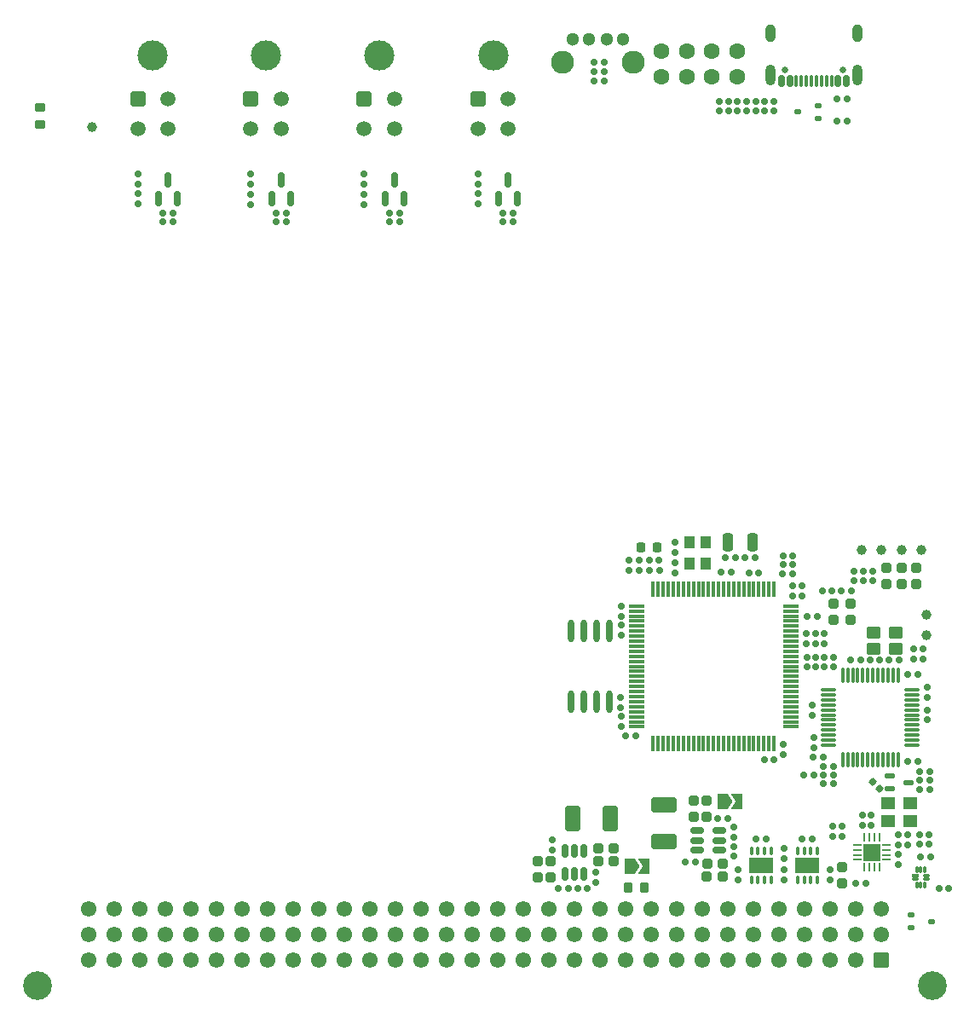
<source format=gbr>
%TF.GenerationSoftware,KiCad,Pcbnew,9.0.2-9.0.2-0~ubuntu24.04.1*%
%TF.CreationDate,2025-05-28T16:11:51+00:00*%
%TF.ProjectId,gpio-module,6770696f-2d6d-46f6-9475-6c652e6b6963,1.0.0*%
%TF.SameCoordinates,Original*%
%TF.FileFunction,Soldermask,Top*%
%TF.FilePolarity,Negative*%
%FSLAX46Y46*%
G04 Gerber Fmt 4.6, Leading zero omitted, Abs format (unit mm)*
G04 Created by KiCad (PCBNEW 9.0.2-9.0.2-0~ubuntu24.04.1) date 2025-05-28 16:11:51*
%MOMM*%
%LPD*%
G01*
G04 APERTURE LIST*
G04 Aperture macros list*
%AMRoundRect*
0 Rectangle with rounded corners*
0 $1 Rounding radius*
0 $2 $3 $4 $5 $6 $7 $8 $9 X,Y pos of 4 corners*
0 Add a 4 corners polygon primitive as box body*
4,1,4,$2,$3,$4,$5,$6,$7,$8,$9,$2,$3,0*
0 Add four circle primitives for the rounded corners*
1,1,$1+$1,$2,$3*
1,1,$1+$1,$4,$5*
1,1,$1+$1,$6,$7*
1,1,$1+$1,$8,$9*
0 Add four rect primitives between the rounded corners*
20,1,$1+$1,$2,$3,$4,$5,0*
20,1,$1+$1,$4,$5,$6,$7,0*
20,1,$1+$1,$6,$7,$8,$9,0*
20,1,$1+$1,$8,$9,$2,$3,0*%
%AMFreePoly0*
4,1,6,1.000000,0.000000,0.500000,-0.750000,-0.500000,-0.750000,-0.500000,0.750000,0.500000,0.750000,1.000000,0.000000,1.000000,0.000000,$1*%
%AMFreePoly1*
4,1,6,0.500000,-0.750000,-0.650000,-0.750000,-0.150000,0.000000,-0.650000,0.750000,0.500000,0.750000,0.500000,-0.750000,0.500000,-0.750000,$1*%
G04 Aperture macros list end*
%ADD10RoundRect,0.250001X0.999999X-0.499999X0.999999X0.499999X-0.999999X0.499999X-0.999999X-0.499999X0*%
%ADD11FreePoly0,0.000000*%
%ADD12FreePoly1,0.000000*%
%ADD13RoundRect,0.159000X-0.159000X-0.189000X0.159000X-0.189000X0.159000X0.189000X-0.159000X0.189000X0*%
%ADD14C,1.000000*%
%ADD15RoundRect,0.159000X0.159000X0.189000X-0.159000X0.189000X-0.159000X-0.189000X0.159000X-0.189000X0*%
%ADD16RoundRect,0.159000X-0.189000X0.159000X-0.189000X-0.159000X0.189000X-0.159000X0.189000X0.159000X0*%
%ADD17C,1.600000*%
%ADD18RoundRect,0.150000X0.150000X-0.590000X0.150000X0.590000X-0.150000X0.590000X-0.150000X-0.590000X0*%
%ADD19RoundRect,0.159000X0.189000X-0.159000X0.189000X0.159000X-0.189000X0.159000X-0.189000X-0.159000X0*%
%ADD20C,3.000000*%
%ADD21RoundRect,0.250001X-0.499999X-0.499999X0.499999X-0.499999X0.499999X0.499999X-0.499999X0.499999X0*%
%ADD22C,1.500000*%
%ADD23RoundRect,0.220000X0.220000X0.255000X-0.220000X0.255000X-0.220000X-0.255000X0.220000X-0.255000X0*%
%ADD24RoundRect,0.239000X0.274000X-0.239000X0.274000X0.239000X-0.274000X0.239000X-0.274000X-0.239000X0*%
%ADD25C,1.300000*%
%ADD26C,2.286000*%
%ADD27RoundRect,0.025400X-0.331500X-0.112500X0.331500X-0.112500X0.331500X0.112500X-0.331500X0.112500X0*%
%ADD28RoundRect,0.025400X-0.281500X-0.112500X0.281500X-0.112500X0.281500X0.112500X-0.281500X0.112500X0*%
%ADD29RoundRect,0.025400X-0.112500X-0.281500X0.112500X-0.281500X0.112500X0.281500X-0.112500X0.281500X0*%
%ADD30RoundRect,0.244000X-0.269000X0.244000X-0.269000X-0.244000X0.269000X-0.244000X0.269000X0.244000X0*%
%ADD31RoundRect,0.075000X-0.075000X0.725000X-0.075000X-0.725000X0.075000X-0.725000X0.075000X0.725000X0*%
%ADD32RoundRect,0.075000X-0.725000X0.075000X-0.725000X-0.075000X0.725000X-0.075000X0.725000X0.075000X0*%
%ADD33RoundRect,0.150000X-0.512500X-0.150000X0.512500X-0.150000X0.512500X0.150000X-0.512500X0.150000X0*%
%ADD34RoundRect,0.239000X-0.274000X0.239000X-0.274000X-0.239000X0.274000X-0.239000X0.274000X0.239000X0*%
%ADD35RoundRect,0.244000X0.244000X0.269000X-0.244000X0.269000X-0.244000X-0.269000X0.244000X-0.269000X0*%
%ADD36RoundRect,0.250000X0.450000X0.350000X-0.450000X0.350000X-0.450000X-0.350000X0.450000X-0.350000X0*%
%ADD37RoundRect,0.075000X-0.075000X0.662500X-0.075000X-0.662500X0.075000X-0.662500X0.075000X0.662500X0*%
%ADD38RoundRect,0.075000X-0.662500X0.075000X-0.662500X-0.075000X0.662500X-0.075000X0.662500X0.075000X0*%
%ADD39C,0.650000*%
%ADD40RoundRect,0.150000X0.150000X0.425000X-0.150000X0.425000X-0.150000X-0.425000X0.150000X-0.425000X0*%
%ADD41RoundRect,0.075000X0.075000X0.500000X-0.075000X0.500000X-0.075000X-0.500000X0.075000X-0.500000X0*%
%ADD42O,1.000000X2.100000*%
%ADD43O,1.000000X1.800000*%
%ADD44RoundRect,0.219000X0.294000X-0.219000X0.294000X0.219000X-0.294000X0.219000X-0.294000X-0.219000X0*%
%ADD45RoundRect,0.112500X-0.237500X0.112500X-0.237500X-0.112500X0.237500X-0.112500X0.237500X0.112500X0*%
%ADD46R,1.100000X1.300000*%
%ADD47RoundRect,0.244000X-0.244000X-0.269000X0.244000X-0.269000X0.244000X0.269000X-0.244000X0.269000X0*%
%ADD48C,2.850000*%
%ADD49RoundRect,0.249999X0.525001X0.525001X-0.525001X0.525001X-0.525001X-0.525001X0.525001X-0.525001X0*%
%ADD50C,1.550000*%
%ADD51RoundRect,0.219000X-0.219000X-0.294000X0.219000X-0.294000X0.219000X0.294000X-0.219000X0.294000X0*%
%ADD52RoundRect,0.075000X-0.075000X0.350000X-0.075000X-0.350000X0.075000X-0.350000X0.075000X0.350000X0*%
%ADD53R,2.400000X1.600000*%
%ADD54RoundRect,0.250000X0.250000X-0.650000X0.250000X0.650000X-0.250000X0.650000X-0.250000X-0.650000X0*%
%ADD55RoundRect,0.159000X0.246073X0.021213X0.021213X0.246073X-0.246073X-0.021213X-0.021213X-0.246073X0*%
%ADD56R,1.400000X1.200000*%
%ADD57O,0.630000X2.250000*%
%ADD58RoundRect,0.250001X-0.499999X-0.999999X0.499999X-0.999999X0.499999X0.999999X-0.499999X0.999999X0*%
%ADD59RoundRect,0.062500X-0.062500X0.350000X-0.062500X-0.350000X0.062500X-0.350000X0.062500X0.350000X0*%
%ADD60RoundRect,0.062500X-0.350000X0.062500X-0.350000X-0.062500X0.350000X-0.062500X0.350000X0.062500X0*%
%ADD61R,1.700000X1.700000*%
%ADD62RoundRect,0.112500X0.237500X-0.112500X0.237500X0.112500X-0.237500X0.112500X-0.237500X-0.112500X0*%
%ADD63RoundRect,0.125000X0.345000X0.125000X-0.345000X0.125000X-0.345000X-0.125000X0.345000X-0.125000X0*%
%ADD64RoundRect,0.150000X-0.150000X0.512500X-0.150000X-0.512500X0.150000X-0.512500X0.150000X0.512500X0*%
G04 APERTURE END LIST*
D10*
%TO.C,L301*%
X107120720Y-134271542D03*
X107120720Y-130571542D03*
%TD*%
D11*
%TO.C,JP300*%
X103725000Y-136675000D03*
D12*
X105175000Y-136675000D03*
%TD*%
D13*
%TO.C,C420*%
X115578000Y-107597001D03*
X116578000Y-107597001D03*
%TD*%
D14*
%TO.C,TP302*%
X132750000Y-105325000D03*
%TD*%
D15*
%TO.C,C423*%
X106672000Y-106327001D03*
X105672000Y-106327001D03*
%TD*%
D16*
%TO.C,R421*%
X66070000Y-69985002D03*
X66070000Y-70985000D03*
%TD*%
D17*
%TO.C,LED300*%
X106863600Y-55785000D03*
X109403600Y-55785000D03*
X106863600Y-58325000D03*
X109403600Y-58325000D03*
%TD*%
D18*
%TO.C,Q406*%
X68170000Y-70425001D03*
X70070000Y-70425001D03*
X69120000Y-68545002D03*
%TD*%
D19*
%TO.C,C406*%
X108204000Y-107589001D03*
X108204000Y-106589001D03*
%TD*%
D13*
%TO.C,R423*%
X79870001Y-71885001D03*
X80869999Y-71885001D03*
%TD*%
D16*
%TO.C,R903*%
X126850000Y-131625000D03*
X126850000Y-132625000D03*
%TD*%
D15*
%TO.C,R308*%
X127200000Y-138375000D03*
X126200000Y-138375000D03*
%TD*%
D13*
%TO.C,R436*%
X91170000Y-71885001D03*
X92170000Y-71885001D03*
%TD*%
D20*
%TO.C,J8*%
X90170000Y-56150001D03*
D21*
X88670000Y-60470001D03*
D22*
X91670000Y-60470001D03*
X88670000Y-63470001D03*
X91670000Y-63470001D03*
%TD*%
D23*
%TO.C,FB401*%
X106462000Y-105057001D03*
X104882000Y-105057001D03*
%TD*%
D19*
%TO.C,C501*%
X119100000Y-138075000D03*
X119100000Y-137075000D03*
%TD*%
D13*
%TO.C,R716*%
X123000000Y-128525000D03*
X124000000Y-128525000D03*
%TD*%
D16*
%TO.C,R306*%
X114070720Y-132821542D03*
X114070720Y-133821542D03*
%TD*%
D24*
%TO.C,D301*%
X124850000Y-138365000D03*
X124850000Y-136785000D03*
%TD*%
D25*
%TO.C,BTN400*%
X103079415Y-54584163D03*
X101449415Y-54584163D03*
X99709415Y-54584163D03*
X98079415Y-54584163D03*
D26*
X104079415Y-56834163D03*
X97079415Y-56834163D03*
%TD*%
D16*
%TO.C,C427*%
X102870000Y-121829001D03*
X102870000Y-122829001D03*
%TD*%
D19*
%TO.C,C601*%
X114550000Y-138075000D03*
X114550000Y-137075000D03*
%TD*%
D15*
%TO.C,R301*%
X97650000Y-138871508D03*
X96650000Y-138871508D03*
%TD*%
D19*
%TO.C,R600*%
X119100000Y-135925000D03*
X119100000Y-134925000D03*
%TD*%
D16*
%TO.C,C400*%
X102870000Y-112734002D03*
X102870000Y-113734002D03*
%TD*%
D15*
%TO.C,C313*%
X114250000Y-106025000D03*
X113250000Y-106025000D03*
%TD*%
D13*
%TO.C,R801*%
X124350000Y-62675000D03*
X125350000Y-62675000D03*
%TD*%
D15*
%TO.C,C600*%
X117300000Y-134025000D03*
X116300000Y-134025000D03*
%TD*%
D13*
%TO.C,C314*%
X115200000Y-106025000D03*
X116200000Y-106025000D03*
%TD*%
D27*
%TO.C,U801*%
X132131500Y-137600000D03*
D28*
X132081500Y-138000000D03*
D29*
X132250000Y-138568500D03*
X132650000Y-138568500D03*
X133050000Y-138568500D03*
D28*
X133218500Y-138000000D03*
X133218500Y-137600000D03*
D29*
X133050000Y-137031500D03*
X132650000Y-137031500D03*
X132250000Y-137031500D03*
%TD*%
D14*
%TO.C,TP701*%
X133250000Y-113725000D03*
%TD*%
D30*
%TO.C,C304*%
X94646542Y-136211059D03*
X94646542Y-137771059D03*
%TD*%
D16*
%TO.C,C305*%
X96090000Y-134071508D03*
X96090000Y-135071508D03*
%TD*%
D15*
%TO.C,R404*%
X119950000Y-107645000D03*
X118950000Y-107645000D03*
%TD*%
%TO.C,R437*%
X92174633Y-72685001D03*
X91174633Y-72685001D03*
%TD*%
D31*
%TO.C,U403*%
X118075000Y-109175000D03*
X117575000Y-109175000D03*
X117075000Y-109175000D03*
X116575000Y-109175000D03*
X116075000Y-109175000D03*
X115575000Y-109175000D03*
X115075000Y-109175000D03*
X114575000Y-109175000D03*
X114075000Y-109175000D03*
X113575000Y-109175000D03*
X113075000Y-109175000D03*
X112575000Y-109175000D03*
X112075000Y-109175000D03*
X111575000Y-109175000D03*
X111075000Y-109175000D03*
X110575000Y-109175000D03*
X110075000Y-109175000D03*
X109575000Y-109175000D03*
X109075000Y-109175000D03*
X108575000Y-109175000D03*
X108075000Y-109175000D03*
X107575000Y-109175000D03*
X107075000Y-109175000D03*
X106575000Y-109175000D03*
X106075000Y-109175000D03*
D32*
X104400000Y-110850000D03*
X104400000Y-111350000D03*
X104400000Y-111850000D03*
X104400000Y-112350000D03*
X104400000Y-112850000D03*
X104400000Y-113350000D03*
X104400000Y-113850000D03*
X104400000Y-114350000D03*
X104400000Y-114850000D03*
X104400000Y-115350000D03*
X104400000Y-115850000D03*
X104400000Y-116350000D03*
X104400000Y-116850000D03*
X104400000Y-117350000D03*
X104400000Y-117850000D03*
X104400000Y-118350000D03*
X104400000Y-118850000D03*
X104400000Y-119350000D03*
X104400000Y-119850000D03*
X104400000Y-120350000D03*
X104400000Y-120850000D03*
X104400000Y-121350000D03*
X104400000Y-121850000D03*
X104400000Y-122350000D03*
X104400000Y-122850000D03*
D31*
X106075000Y-124525000D03*
X106575000Y-124525000D03*
X107075000Y-124525000D03*
X107575000Y-124525000D03*
X108075000Y-124525000D03*
X108575000Y-124525000D03*
X109075000Y-124525000D03*
X109575000Y-124525000D03*
X110075000Y-124525000D03*
X110575000Y-124525000D03*
X111075000Y-124525000D03*
X111575000Y-124525000D03*
X112075000Y-124525000D03*
X112575000Y-124525000D03*
X113075000Y-124525000D03*
X113575000Y-124525000D03*
X114075000Y-124525000D03*
X114575000Y-124525000D03*
X115075000Y-124525000D03*
X115575000Y-124525000D03*
X116075000Y-124525000D03*
X116575000Y-124525000D03*
X117075000Y-124525000D03*
X117575000Y-124525000D03*
X118075000Y-124525000D03*
D32*
X119750000Y-122850000D03*
X119750000Y-122350000D03*
X119750000Y-121850000D03*
X119750000Y-121350000D03*
X119750000Y-120850000D03*
X119750000Y-120350000D03*
X119750000Y-119850000D03*
X119750000Y-119350000D03*
X119750000Y-118850000D03*
X119750000Y-118350000D03*
X119750000Y-117850000D03*
X119750000Y-117350000D03*
X119750000Y-116850000D03*
X119750000Y-116350000D03*
X119750000Y-115850000D03*
X119750000Y-115350000D03*
X119750000Y-114850000D03*
X119750000Y-114350000D03*
X119750000Y-113850000D03*
X119750000Y-113350000D03*
X119750000Y-112850000D03*
X119750000Y-112350000D03*
X119750000Y-111850000D03*
X119750000Y-111350000D03*
X119750000Y-110850000D03*
%TD*%
D33*
%TO.C,U301*%
X110412500Y-133168050D03*
X110412500Y-134118050D03*
X110412500Y-135068050D03*
X112687500Y-135068050D03*
X112687500Y-134118050D03*
X112687500Y-133168050D03*
%TD*%
D15*
%TO.C,C500*%
X121900000Y-134025000D03*
X120900000Y-134025000D03*
%TD*%
D16*
%TO.C,R902*%
X127750000Y-131625000D03*
X127750000Y-132625000D03*
%TD*%
D24*
%TO.C,D400*%
X129240000Y-108665000D03*
X129240000Y-107085000D03*
%TD*%
D16*
%TO.C,R700*%
X121325000Y-115925000D03*
X121325000Y-116925000D03*
%TD*%
D13*
%TO.C,R405*%
X100228400Y-58685001D03*
X101228400Y-58685001D03*
%TD*%
D19*
%TO.C,R409*%
X114450000Y-61725000D03*
X114450000Y-60725000D03*
%TD*%
%TO.C,R400*%
X113550000Y-61725000D03*
X113550000Y-60725000D03*
%TD*%
%TO.C,R411*%
X126950000Y-108375000D03*
X126950000Y-107375000D03*
%TD*%
D16*
%TO.C,C410*%
X123100000Y-113600000D03*
X123100000Y-114600000D03*
%TD*%
D13*
%TO.C,R429*%
X57370000Y-71885001D03*
X58370000Y-71885001D03*
%TD*%
D34*
%TO.C,D701*%
X125702000Y-110660000D03*
X125702000Y-112240000D03*
%TD*%
D15*
%TO.C,C422*%
X120888000Y-108867001D03*
X119888000Y-108867001D03*
%TD*%
D16*
%TO.C,R420*%
X77370000Y-69985001D03*
X77370000Y-70985001D03*
%TD*%
%TO.C,R701*%
X124000000Y-115925000D03*
X124000000Y-116925000D03*
%TD*%
D15*
%TO.C,C424*%
X106680000Y-107343001D03*
X105680000Y-107343001D03*
%TD*%
%TO.C,C405*%
X120896000Y-109883001D03*
X119896000Y-109883001D03*
%TD*%
D35*
%TO.C,C301*%
X102180000Y-136171508D03*
X100620000Y-136171508D03*
%TD*%
D19*
%TO.C,C300*%
X100400000Y-138281508D03*
X100400000Y-137281508D03*
%TD*%
D24*
%TO.C,D402*%
X132240000Y-108665000D03*
X132240000Y-107085000D03*
%TD*%
D36*
%TO.C,Y700*%
X130150000Y-113525000D03*
X127950000Y-113525000D03*
X127950000Y-115125000D03*
X130150000Y-115125000D03*
%TD*%
D20*
%TO.C,J11*%
X56370000Y-56150001D03*
D21*
X54870000Y-60470001D03*
D22*
X57870000Y-60470001D03*
X54870000Y-63470001D03*
X57870000Y-63470001D03*
%TD*%
D37*
%TO.C,U700*%
X130400000Y-117762500D03*
X129900000Y-117762500D03*
X129400000Y-117762500D03*
X128900000Y-117762500D03*
X128400000Y-117762500D03*
X127900000Y-117762500D03*
X127400000Y-117762500D03*
X126900000Y-117762500D03*
X126400000Y-117762500D03*
X125900000Y-117762500D03*
X125400000Y-117762500D03*
X124900000Y-117762500D03*
D38*
X123487500Y-119175000D03*
X123487500Y-119675000D03*
X123487500Y-120175000D03*
X123487500Y-120675000D03*
X123487500Y-121175000D03*
X123487500Y-121675000D03*
X123487500Y-122175000D03*
X123487500Y-122675000D03*
X123487500Y-123175000D03*
X123487500Y-123675000D03*
X123487500Y-124175000D03*
X123487500Y-124675000D03*
D37*
X124900000Y-126087500D03*
X125400000Y-126087500D03*
X125900000Y-126087500D03*
X126400000Y-126087500D03*
X126900000Y-126087500D03*
X127400000Y-126087500D03*
X127900000Y-126087500D03*
X128400000Y-126087500D03*
X128900000Y-126087500D03*
X129400000Y-126087500D03*
X129900000Y-126087500D03*
X130400000Y-126087500D03*
D38*
X131812500Y-124675000D03*
X131812500Y-124175000D03*
X131812500Y-123675000D03*
X131812500Y-123175000D03*
X131812500Y-122675000D03*
X131812500Y-122175000D03*
X131812500Y-121675000D03*
X131812500Y-121175000D03*
X131812500Y-120675000D03*
X131812500Y-120175000D03*
X131812500Y-119675000D03*
X131812500Y-119175000D03*
%TD*%
D20*
%TO.C,J9*%
X78870000Y-56150001D03*
D21*
X77370000Y-60470001D03*
D22*
X80370000Y-60470001D03*
X77370000Y-63470001D03*
X80370000Y-63470001D03*
%TD*%
D14*
%TO.C,TP700*%
X133250000Y-111725000D03*
%TD*%
D18*
%TO.C,Q407*%
X56920000Y-70425001D03*
X58820000Y-70425001D03*
X57870000Y-68545002D03*
%TD*%
D13*
%TO.C,R707*%
X122850000Y-109375000D03*
X123850000Y-109375000D03*
%TD*%
D16*
%TO.C,R419*%
X88670000Y-67985000D03*
X88670000Y-68985000D03*
%TD*%
D15*
%TO.C,C708*%
X128600000Y-116235000D03*
X127600000Y-116235000D03*
%TD*%
D16*
%TO.C,R705*%
X132900000Y-115125000D03*
X132900000Y-116125000D03*
%TD*%
%TO.C,R307*%
X114070720Y-134721542D03*
X114070720Y-135721542D03*
%TD*%
%TO.C,C425*%
X103640000Y-106343001D03*
X103640000Y-107343001D03*
%TD*%
D13*
%TO.C,R711*%
X132550000Y-128175000D03*
X133550000Y-128175000D03*
%TD*%
%TO.C,R710*%
X132550000Y-127275000D03*
X133550000Y-127275000D03*
%TD*%
%TO.C,R715*%
X123000000Y-127650000D03*
X124000000Y-127650000D03*
%TD*%
D16*
%TO.C,C801*%
X116250000Y-60725000D03*
X116250000Y-61725000D03*
%TD*%
D14*
%TO.C,TP300*%
X128750000Y-105325000D03*
%TD*%
D19*
%TO.C,C402*%
X102870000Y-111907001D03*
X102870000Y-110907001D03*
%TD*%
D11*
%TO.C,JP301*%
X112970720Y-130225000D03*
D12*
X114420720Y-130225000D03*
%TD*%
D39*
%TO.C,J800*%
X124940000Y-57640000D03*
X119160000Y-57640000D03*
D40*
X125250000Y-58715000D03*
X124450000Y-58715000D03*
D41*
X123300000Y-58715000D03*
X122300000Y-58715000D03*
X121800000Y-58715000D03*
X120800000Y-58715000D03*
D40*
X119650000Y-58715000D03*
X118850000Y-58715000D03*
X118850000Y-58715000D03*
X119650000Y-58715000D03*
D41*
X120300000Y-58715000D03*
X121300000Y-58715000D03*
X122800000Y-58715000D03*
X123800000Y-58715000D03*
D40*
X124450000Y-58715000D03*
X125250000Y-58715000D03*
D42*
X126370000Y-58140000D03*
D43*
X126370000Y-53960000D03*
D42*
X117730000Y-58140000D03*
D43*
X117730000Y-53960000D03*
%TD*%
D13*
%TO.C,C311*%
X109270720Y-136281542D03*
X110270720Y-136281542D03*
%TD*%
D44*
%TO.C,F301*%
X45170000Y-63005002D03*
X45170000Y-61365000D03*
%TD*%
D14*
%TO.C,TP301*%
X130750000Y-105325000D03*
%TD*%
D45*
%TO.C,U402*%
X131707500Y-141512501D03*
X131707500Y-142812501D03*
X133707500Y-142162501D03*
%TD*%
D13*
%TO.C,R425*%
X68620001Y-71885001D03*
X69619999Y-71885001D03*
%TD*%
%TO.C,C707*%
X129500000Y-116225000D03*
X130500000Y-116225000D03*
%TD*%
D18*
%TO.C,Q405*%
X79420000Y-70425001D03*
X81320000Y-70425001D03*
X80370000Y-68545002D03*
%TD*%
D16*
%TO.C,R901*%
X123900000Y-132725000D03*
X123900000Y-133725000D03*
%TD*%
D46*
%TO.C,Y400*%
X109665000Y-104515001D03*
X109665000Y-106615001D03*
X111315000Y-106615001D03*
X111315000Y-104515001D03*
%TD*%
D15*
%TO.C,R709*%
X133550000Y-129075000D03*
X132550000Y-129075000D03*
%TD*%
D16*
%TO.C,R805*%
X117150000Y-60725000D03*
X117150000Y-61725000D03*
%TD*%
%TO.C,R800*%
X118050000Y-60725000D03*
X118050000Y-61725000D03*
%TD*%
D47*
%TO.C,C310*%
X111420720Y-136481542D03*
X112980720Y-136481542D03*
%TD*%
D16*
%TO.C,R402*%
X122200000Y-113600000D03*
X122200000Y-114600000D03*
%TD*%
D19*
%TO.C,R702*%
X133300000Y-122175000D03*
X133300000Y-121175000D03*
%TD*%
D15*
%TO.C,R427*%
X69619999Y-72685001D03*
X68620001Y-72685001D03*
%TD*%
D47*
%TO.C,C309*%
X111410271Y-137725000D03*
X112970271Y-137725000D03*
%TD*%
D19*
%TO.C,C900*%
X130450000Y-134575000D03*
X130450000Y-133575000D03*
%TD*%
D16*
%TO.C,C404*%
X118975000Y-124600000D03*
X118975000Y-125600000D03*
%TD*%
%TO.C,R424*%
X88670000Y-69885001D03*
X88670000Y-70884999D03*
%TD*%
D15*
%TO.C,R426*%
X80869999Y-72685001D03*
X79870001Y-72685001D03*
%TD*%
D16*
%TO.C,R802*%
X132550000Y-133525000D03*
X132550000Y-134525000D03*
%TD*%
%TO.C,C432*%
X108204000Y-104557001D03*
X108204000Y-105557001D03*
%TD*%
D13*
%TO.C,C701*%
X131350000Y-117625000D03*
X132350000Y-117625000D03*
%TD*%
D15*
%TO.C,R300*%
X99550000Y-138871508D03*
X98550000Y-138871508D03*
%TD*%
D48*
%TO.C,J200*%
X133820000Y-148515000D03*
X44920000Y-148515000D03*
D49*
X128740000Y-145975000D03*
D50*
X126200000Y-145975000D03*
X123660000Y-145975000D03*
X121120000Y-145975000D03*
X118580000Y-145975000D03*
X116040000Y-145975000D03*
X113500000Y-145975000D03*
X110960000Y-145975000D03*
X108420000Y-145975000D03*
X105880000Y-145975000D03*
X103340000Y-145975000D03*
X100800000Y-145975000D03*
X98260000Y-145975000D03*
X95720000Y-145975000D03*
X93180000Y-145975000D03*
X90640000Y-145975000D03*
X88100000Y-145975000D03*
X85560000Y-145975000D03*
X83020000Y-145975000D03*
X80480000Y-145975000D03*
X77940000Y-145975000D03*
X75400000Y-145975000D03*
X72860000Y-145975000D03*
X70320000Y-145975000D03*
X67780000Y-145975000D03*
X65240000Y-145975000D03*
X62700000Y-145975000D03*
X60160000Y-145975000D03*
X57620000Y-145975000D03*
X55080000Y-145975000D03*
X52540000Y-145975000D03*
X50000000Y-145975000D03*
X128740000Y-143435000D03*
X126200000Y-143435000D03*
X123660000Y-143435000D03*
X121120000Y-143435000D03*
X118580000Y-143435000D03*
X116040000Y-143435000D03*
X113500000Y-143435000D03*
X110960000Y-143435000D03*
X108420000Y-143435000D03*
X105880000Y-143435000D03*
X103340000Y-143435000D03*
X100800000Y-143435000D03*
X98260000Y-143435000D03*
X95720000Y-143435000D03*
X93180000Y-143435000D03*
X90640000Y-143435000D03*
X88100000Y-143435000D03*
X85560000Y-143435000D03*
X83020000Y-143435000D03*
X80480000Y-143435000D03*
X77940000Y-143435000D03*
X75400000Y-143435000D03*
X72860000Y-143435000D03*
X70320000Y-143435000D03*
X67780000Y-143435000D03*
X65240000Y-143435000D03*
X62700000Y-143435000D03*
X60160000Y-143435000D03*
X57620000Y-143435000D03*
X55080000Y-143435000D03*
X52540000Y-143435000D03*
X50000000Y-143435000D03*
X128740000Y-140895000D03*
X126200000Y-140895000D03*
X123660000Y-140895000D03*
X121120000Y-140895000D03*
X118580000Y-140895000D03*
X116040000Y-140895000D03*
X113500000Y-140895000D03*
X110960000Y-140895000D03*
X108420000Y-140895000D03*
X105880000Y-140895000D03*
X103340000Y-140895000D03*
X100800000Y-140895000D03*
X98260000Y-140895000D03*
X95720000Y-140895000D03*
X93180000Y-140895000D03*
X90640000Y-140895000D03*
X88100000Y-140895000D03*
X85560000Y-140895000D03*
X83020000Y-140895000D03*
X80480000Y-140895000D03*
X77940000Y-140895000D03*
X75400000Y-140895000D03*
X72860000Y-140895000D03*
X70320000Y-140895000D03*
X67780000Y-140895000D03*
X65240000Y-140895000D03*
X62700000Y-140895000D03*
X60160000Y-140895000D03*
X57620000Y-140895000D03*
X55080000Y-140895000D03*
X52540000Y-140895000D03*
X50000000Y-140895000D03*
%TD*%
D16*
%TO.C,R422*%
X54870000Y-69925002D03*
X54870000Y-70925000D03*
%TD*%
D13*
%TO.C,C700*%
X122000000Y-125875000D03*
X123000000Y-125875000D03*
%TD*%
D19*
%TO.C,R500*%
X123650000Y-138075000D03*
X123650000Y-137075000D03*
%TD*%
D16*
%TO.C,C704*%
X133290000Y-118922500D03*
X133290000Y-119922500D03*
%TD*%
D19*
%TO.C,C902*%
X131350000Y-134575000D03*
X131350000Y-133575000D03*
%TD*%
D13*
%TO.C,C312*%
X132650000Y-135775000D03*
X133650000Y-135775000D03*
%TD*%
D19*
%TO.C,C702*%
X122010000Y-124927500D03*
X122010000Y-123927500D03*
%TD*%
D16*
%TO.C,R706*%
X131950000Y-115125000D03*
X131950000Y-116125000D03*
%TD*%
D19*
%TO.C,R803*%
X133450000Y-134525000D03*
X133450000Y-133525000D03*
%TD*%
D30*
%TO.C,C307*%
X110108674Y-130191542D03*
X110108674Y-131751542D03*
%TD*%
D15*
%TO.C,C306*%
X113480720Y-131971542D03*
X112480720Y-131971542D03*
%TD*%
D19*
%TO.C,R401*%
X121300000Y-114600000D03*
X121300000Y-113600000D03*
%TD*%
D14*
%TO.C,TP303*%
X50370000Y-63285001D03*
%TD*%
D51*
%TO.C,F300*%
X103580000Y-138775000D03*
X105220000Y-138775000D03*
%TD*%
D13*
%TO.C,R714*%
X123000000Y-126775000D03*
X124000000Y-126775000D03*
%TD*%
D16*
%TO.C,R900*%
X124800000Y-132725000D03*
X124800000Y-133725000D03*
%TD*%
D52*
%TO.C,U600*%
X117775000Y-135175000D03*
X117125000Y-135175000D03*
X116475000Y-135175000D03*
X115825000Y-135175000D03*
X115825000Y-138075000D03*
X116475000Y-138075000D03*
X117125000Y-138075000D03*
X117775000Y-138075000D03*
D53*
X116800000Y-136625000D03*
%TD*%
D54*
%TO.C,X300*%
X113475000Y-104550000D03*
X115975000Y-104550000D03*
%TD*%
D15*
%TO.C,R406*%
X101228400Y-56885001D03*
X100228400Y-56885001D03*
%TD*%
D19*
%TO.C,R412*%
X126050000Y-108375000D03*
X126050000Y-107375000D03*
%TD*%
D16*
%TO.C,R416*%
X77370000Y-67985000D03*
X77370000Y-68985000D03*
%TD*%
D19*
%TO.C,C706*%
X122200000Y-116925000D03*
X122200000Y-115925000D03*
%TD*%
D13*
%TO.C,C800*%
X124350000Y-60525000D03*
X125350000Y-60525000D03*
%TD*%
D35*
%TO.C,C302*%
X102180000Y-134909462D03*
X100620000Y-134909462D03*
%TD*%
D20*
%TO.C,J10*%
X67620000Y-56150001D03*
D21*
X66120000Y-60470001D03*
D22*
X69120000Y-60470001D03*
X66120000Y-63470001D03*
X69120000Y-63470001D03*
%TD*%
D13*
%TO.C,C401*%
X112825000Y-107475000D03*
X113825000Y-107475000D03*
%TD*%
%TO.C,C705*%
X125700000Y-116235000D03*
X126700000Y-116235000D03*
%TD*%
D55*
%TO.C,R712*%
X128553553Y-129028553D03*
X127846447Y-128321447D03*
%TD*%
D16*
%TO.C,R708*%
X121900000Y-120675000D03*
X121900000Y-121675000D03*
%TD*%
D15*
%TO.C,C403*%
X104325000Y-123750000D03*
X103325000Y-123750000D03*
%TD*%
D19*
%TO.C,R410*%
X127850000Y-108375000D03*
X127850000Y-107375000D03*
%TD*%
D56*
%TO.C,Y900*%
X131600000Y-130475000D03*
X129400000Y-130475000D03*
X129400000Y-132175000D03*
X131600000Y-132175000D03*
%TD*%
D52*
%TO.C,U500*%
X122375000Y-135175000D03*
X121725000Y-135175000D03*
X121075000Y-135175000D03*
X120425000Y-135175000D03*
X120425000Y-138075000D03*
X121075000Y-138075000D03*
X121725000Y-138075000D03*
X122375000Y-138075000D03*
D53*
X121400000Y-136625000D03*
%TD*%
D14*
%TO.C,TP400*%
X126750000Y-105325000D03*
%TD*%
D13*
%TO.C,R713*%
X124750000Y-109375000D03*
X125750000Y-109375000D03*
%TD*%
%TO.C,C415*%
X118960000Y-105865000D03*
X119960000Y-105865000D03*
%TD*%
D57*
%TO.C,U100*%
X101705000Y-113320000D03*
X100435000Y-113320000D03*
X99155000Y-113320000D03*
X97885000Y-113320000D03*
X97885000Y-120380000D03*
X99155000Y-120380000D03*
X100435000Y-120380000D03*
X101705000Y-120380000D03*
%TD*%
D24*
%TO.C,D700*%
X123952000Y-112240000D03*
X123952000Y-110660000D03*
%TD*%
D58*
%TO.C,L300*%
X98100000Y-131921508D03*
X101800000Y-131921508D03*
%TD*%
D19*
%TO.C,C100*%
X102850000Y-120925000D03*
X102850000Y-119925000D03*
%TD*%
D16*
%TO.C,R417*%
X66070000Y-67985000D03*
X66070000Y-68985000D03*
%TD*%
D59*
%TO.C,U302*%
X128550000Y-133850000D03*
X128050000Y-133850000D03*
X127550000Y-133850000D03*
X127050000Y-133850000D03*
D60*
X126337500Y-134562500D03*
X126337500Y-135062500D03*
X126337500Y-135562500D03*
X126337500Y-136062500D03*
D59*
X127050000Y-136775000D03*
X127550000Y-136775000D03*
X128050000Y-136775000D03*
X128550000Y-136775000D03*
D60*
X129262500Y-136062500D03*
X129262500Y-135562500D03*
X129262500Y-135062500D03*
X129262500Y-134562500D03*
D61*
X127800000Y-135312500D03*
%TD*%
D62*
%TO.C,U401*%
X122470000Y-62435001D03*
X122470000Y-61135001D03*
X120470000Y-61785001D03*
%TD*%
D16*
%TO.C,C426*%
X104656000Y-106335001D03*
X104656000Y-107335001D03*
%TD*%
%TO.C,R418*%
X54870000Y-67985000D03*
X54870000Y-68985000D03*
%TD*%
D18*
%TO.C,Q408*%
X90720000Y-70422839D03*
X92620000Y-70422839D03*
X91670000Y-68542839D03*
%TD*%
D13*
%TO.C,C703*%
X131350000Y-126275000D03*
X132350000Y-126275000D03*
%TD*%
D24*
%TO.C,D401*%
X130750000Y-108665000D03*
X130750000Y-107085000D03*
%TD*%
D19*
%TO.C,R408*%
X115350000Y-61725000D03*
X115350000Y-60725000D03*
%TD*%
D15*
%TO.C,R403*%
X119960000Y-106765000D03*
X118960000Y-106765000D03*
%TD*%
D19*
%TO.C,R703*%
X123100000Y-116925000D03*
X123100000Y-115925000D03*
%TD*%
D30*
%TO.C,C308*%
X111370720Y-130191542D03*
X111370720Y-131751542D03*
%TD*%
D19*
%TO.C,R407*%
X112650000Y-61725000D03*
X112650000Y-60725000D03*
%TD*%
D15*
%TO.C,R430*%
X58369999Y-72685001D03*
X57370001Y-72685001D03*
%TD*%
D13*
%TO.C,C434*%
X121354999Y-111850000D03*
X122354999Y-111850000D03*
%TD*%
D63*
%TO.C,Q700*%
X129600000Y-127725000D03*
X129600000Y-129025000D03*
X131400000Y-128375000D03*
%TD*%
D16*
%TO.C,C904*%
X130450000Y-135525000D03*
X130450000Y-136525000D03*
%TD*%
D13*
%TO.C,C421*%
X117094000Y-126139001D03*
X118094000Y-126139001D03*
%TD*%
D15*
%TO.C,C416*%
X101228400Y-57785001D03*
X100228400Y-57785001D03*
%TD*%
D13*
%TO.C,R804*%
X134450000Y-138925000D03*
X135450000Y-138925000D03*
%TD*%
D64*
%TO.C,U300*%
X99203492Y-135213288D03*
X98253492Y-135213288D03*
X97303492Y-135213288D03*
X97303492Y-137488288D03*
X98253492Y-137488288D03*
X99203492Y-137488288D03*
%TD*%
D30*
%TO.C,C303*%
X95890000Y-136221508D03*
X95890000Y-137781508D03*
%TD*%
D17*
%TO.C,LED301*%
X111913600Y-55785000D03*
X114453600Y-55785000D03*
X111913600Y-58325000D03*
X114453600Y-58325000D03*
%TD*%
D13*
%TO.C,R704*%
X121050000Y-127650000D03*
X122050000Y-127650000D03*
%TD*%
M02*

</source>
